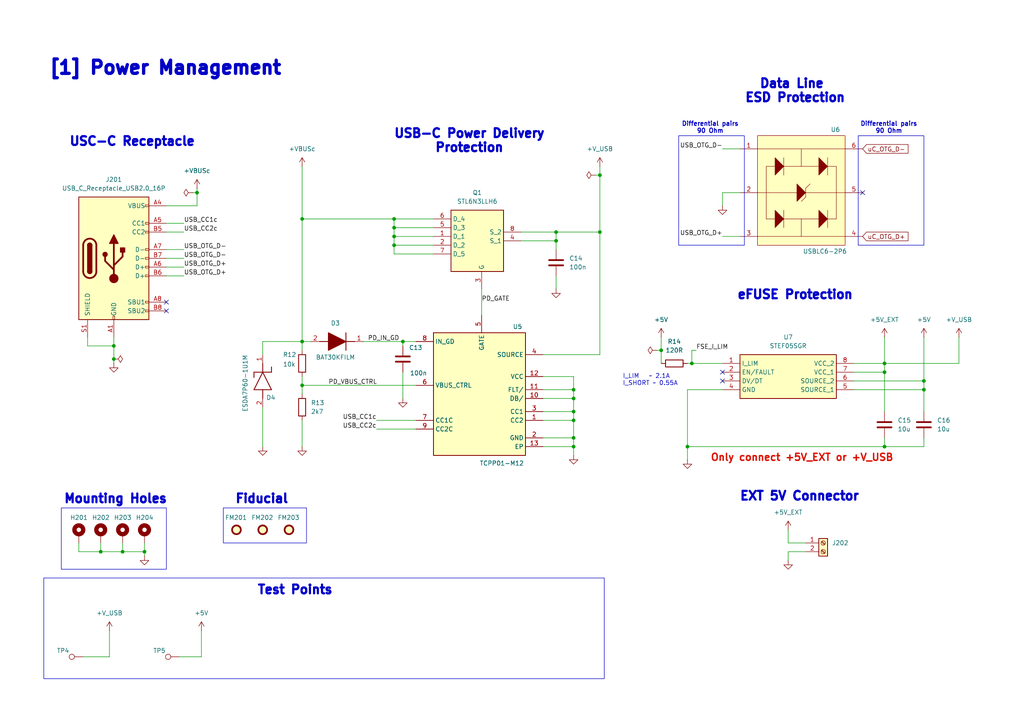
<source format=kicad_sch>
(kicad_sch (version 20231120) (generator "eeschema") (generator_version "8.0")
  (paper "A4")
  (title_block (title "Energy Monitoring System") (rev "v1.0.0") (company "Manufacturing Innovation Network Laboratory (MINLab)") (comment 1 "Developed by Vignesh Selvaraj"))
  (lib_symbols
    (symbol "Connector:Screw_Terminal_01x02" (pin_names (offset 1.016) hide)
      (property "Reference" "J" (at 0 2.54 0))
      (property "Value" "Screw_Terminal_01x02" (at 0 -5.08 0))
      (symbol "Screw_Terminal_01x02_1_1"
        (rectangle (start -1.27 1.27) (end 1.27 -3.81) (stroke (width 0.254)) (fill (type background)))
        (circle (center 0 -2.54) (radius 0.635) (stroke (width 0.1524)))
        (polyline (pts (xy -0.5334 -2.2098) (xy 0.3302 -3.048)) (stroke (width 0.1524)))
        (polyline (pts (xy -0.5334 0.3302) (xy 0.3302 -0.508)) (stroke (width 0.1524)))
        (polyline (pts (xy -0.3556 -2.032) (xy 0.508 -2.8702)) (stroke (width 0.1524)))
        (polyline (pts (xy -0.3556 0.508) (xy 0.508 -0.3302)) (stroke (width 0.1524)))
        (circle (center 0 0) (radius 0.635) (stroke (width 0.1524)))
        (pin passive line (at -5.08 0 0) (length 3.81) (name "Pin_1") (number "1"))
        (pin passive line (at -5.08 -2.54 0) (length 3.81) (name "Pin_2") (number "2"))
      )
    )
    (symbol "Connector:TestPoint" (pin_numbers hide) (pin_names (offset 0.762) hide)
      (property "Reference" "TP" (at 0 6.858 0))
      (property "Value" "TestPoint" (at 0 5.08 0))
      (symbol "TestPoint_0_1"
        (circle (center 0 3.302) (radius 0.762))
      )
      (symbol "TestPoint_1_1"
        (pin passive line (at 0 0 90) (length 2.54) (name "1") (number "1"))
      )
    )
    (symbol "Connector:USB_C_Receptacle_USB2.0_16P" (pin_names (offset 1.016))
      (property "Reference" "J" (at 0 22.225 0))
      (property "Value" "USB_C_Receptacle_USB2.0_16P" (at 0 19.685 0))
      (symbol "USB_C_Receptacle_USB2.0_16P_0_0"
        (rectangle (start -0.254 -17.78) (end 0.254 -16.764))
        (rectangle (start 10.16 -14.986) (end 9.144 -15.494))
        (rectangle (start 10.16 -12.446) (end 9.144 -12.954))
        (rectangle (start 10.16 -4.826) (end 9.144 -5.334))
        (rectangle (start 10.16 -2.286) (end 9.144 -2.794))
        (rectangle (start 10.16 0.254) (end 9.144 -0.254))
        (rectangle (start 10.16 2.794) (end 9.144 2.286))
        (rectangle (start 10.16 7.874) (end 9.144 7.366))
        (rectangle (start 10.16 10.414) (end 9.144 9.906))
        (rectangle (start 10.16 15.494) (end 9.144 14.986))
      )
      (symbol "USB_C_Receptacle_USB2.0_16P_0_1"
        (rectangle (start -10.16 17.78) (end 10.16 -17.78) (stroke (width 0.254)) (fill (type background)))
        (arc (start -8.89 -3.81) (mid -6.985 -5.7067) (end -5.08 -3.81) (stroke (width 0.508)))
        (arc (start -7.62 -3.81) (mid -6.985 -4.4423) (end -6.35 -3.81) (stroke (width 0.254)))
        (arc (start -7.62 -3.81) (mid -6.985 -4.4423) (end -6.35 -3.81) (stroke (width 0.254)) (fill (type outline)))
        (rectangle (start -7.62 -3.81) (end -6.35 3.81) (stroke (width 0.254)) (fill (type outline)))
        (arc (start -6.35 3.81) (mid -6.985 4.4423) (end -7.62 3.81) (stroke (width 0.254)))
        (arc (start -6.35 3.81) (mid -6.985 4.4423) (end -7.62 3.81) (stroke (width 0.254)) (fill (type outline)))
        (arc (start -5.08 3.81) (mid -6.985 5.7067) (end -8.89 3.81) (stroke (width 0.508)))
        (circle (center -2.54 1.143) (radius 0.635) (stroke (width 0.254)) (fill (type outline)))
        (circle (center 0 -5.842) (radius 1.27) (fill (type outline)))
        (polyline (pts (xy -8.89 -3.81) (xy -8.89 3.81)) (stroke (width 0.508)))
        (polyline (pts (xy -5.08 3.81) (xy -5.08 -3.81)) (stroke (width 0.508)))
        (polyline (pts (xy 0 -5.842) (xy 0 4.318)) (stroke (width 0.508)))
        (polyline (pts (xy 0 -3.302) (xy -2.54 -0.762) (xy -2.54 0.508)) (stroke (width 0.508)))
        (polyline (pts (xy 0 -2.032) (xy 2.54 0.508) (xy 2.54 1.778)) (stroke (width 0.508)))
        (polyline (pts (xy -1.27 4.318) (xy 0 6.858) (xy 1.27 4.318) (xy -1.27 4.318)) (stroke (width 0.254)) (fill (type outline)))
        (rectangle (start 1.905 1.778) (end 3.175 3.048) (stroke (width 0.254)) (fill (type outline)))
      )
      (symbol "USB_C_Receptacle_USB2.0_16P_1_1"
        (pin passive line (at 0 -22.86 90) (length 5.08) (name "GND") (number "A1"))
        (pin passive line (at 0 -22.86 90) (length 5.08) hide (name "GND") (number "A12"))
        (pin passive line (at 15.24 15.24 180) (length 5.08) (name "VBUS") (number "A4"))
        (pin bidirectional line (at 15.24 10.16 180) (length 5.08) (name "CC1") (number "A5"))
        (pin bidirectional line (at 15.24 -2.54 180) (length 5.08) (name "D+") (number "A6"))
        (pin bidirectional line (at 15.24 2.54 180) (length 5.08) (name "D-") (number "A7"))
        (pin bidirectional line (at 15.24 -12.7 180) (length 5.08) (name "SBU1") (number "A8"))
        (pin passive line (at 15.24 15.24 180) (length 5.08) hide (name "VBUS") (number "A9"))
        (pin passive line (at 0 -22.86 90) (length 5.08) hide (name "GND") (number "B1"))
        (pin passive line (at 0 -22.86 90) (length 5.08) hide (name "GND") (number "B12"))
        (pin passive line (at 15.24 15.24 180) (length 5.08) hide (name "VBUS") (number "B4"))
        (pin bidirectional line (at 15.24 7.62 180) (length 5.08) (name "CC2") (number "B5"))
        (pin bidirectional line (at 15.24 -5.08 180) (length 5.08) (name "D+") (number "B6"))
        (pin bidirectional line (at 15.24 0 180) (length 5.08) (name "D-") (number "B7"))
        (pin bidirectional line (at 15.24 -15.24 180) (length 5.08) (name "SBU2") (number "B8"))
        (pin passive line (at 15.24 15.24 180) (length 5.08) hide (name "VBUS") (number "B9"))
        (pin passive line (at -7.62 -22.86 90) (length 5.08) (name "SHIELD") (number "S1"))
      )
    )
    (symbol "Device:C" (pin_numbers hide) (pin_names (offset 0.254))
      (property "Reference" "C" (at 0.635 2.54 0))
      (property "Value" "C" (at 0.635 -2.54 0))
      (symbol "C_0_1"
        (polyline (pts (xy -2.032 -0.762) (xy 2.032 -0.762)) (stroke (width 0.508)))
        (polyline (pts (xy -2.032 0.762) (xy 2.032 0.762)) (stroke (width 0.508)))
      )
      (symbol "C_1_1"
        (pin passive line (at 0 3.81 270) (length 2.794) (name "~") (number "1"))
        (pin passive line (at 0 -3.81 90) (length 2.794) (name "~") (number "2"))
      )
    )
    (symbol "Device:R" (pin_numbers hide) (pin_names (offset 0))
      (property "Reference" "R" (at 2.032 0 90))
      (property "Value" "R" (at 0 0 90))
      (symbol "R_0_1"
        (rectangle (start -1.016 -2.54) (end 1.016 2.54) (stroke (width 0.254)))
      )
      (symbol "R_1_1"
        (pin passive line (at 0 3.81 270) (length 1.27) (name "~") (number "1"))
        (pin passive line (at 0 -3.81 90) (length 1.27) (name "~") (number "2"))
      )
    )
    (symbol "EMS:+5V_EXT" (power) (pin_numbers hide) (pin_names (offset 0) hide) (in_bom no) (on_board no)
      (property "Value" "+5V_EXT" (at -0.254 3.81 0))
      (symbol "+5V_EXT_0_1"
        (polyline (pts (xy 0 2.54) (xy 0.762 1.27)))
        (polyline (pts (xy 0 0) (xy 0 2.54) (xy -0.762 1.27)))
      )
      (symbol "+5V_EXT_1_1"
        (pin power_in line (at 0 0 90) (length 0) (name "~") (number "1"))
      )
    )
    (symbol "EMS:+VBUSc" (power) (pin_numbers hide) (pin_names (offset 0) hide) (in_bom no) (on_board no)
      (property "Value" "+VBUSc" (at -0.254 3.556 0))
      (symbol "+VBUSc_0_1"
        (polyline (pts (xy 0 2.54) (xy 0.762 1.27)))
        (polyline (pts (xy 0 0) (xy 0 2.54) (xy -0.762 1.27)))
      )
      (symbol "+VBUSc_1_1"
        (pin power_in line (at 0 0 90) (length 0) (name "~") (number "1"))
      )
    )
    (symbol "EMS:+V_USB" (power) (pin_numbers hide) (pin_names (offset 0) hide) (in_bom no) (on_board no)
      (property "Value" "+V_USB" (at -0.508 3.556 0))
      (symbol "+V_USB_0_1"
        (polyline (pts (xy 0 2.54) (xy 0.762 1.27)))
        (polyline (pts (xy 0 0) (xy 0 2.54) (xy -0.762 1.27)))
      )
      (symbol "+V_USB_1_1"
        (pin power_in line (at 0 0 90) (length 0) (name "~") (number "1"))
      )
    )
    (symbol "EMS:BAT30KFILM" (pin_names hide)
      (property "Reference" "D" (at 11.43 5.08 0))
      (property "Value" "BAT30KFILM" (at 8.128 -2.794 0))
      (symbol "BAT30KFILM_1_1"
        (polyline (pts (xy 2.54 0) (xy 5.08 0)) (stroke (width 0.254)))
        (polyline (pts (xy 5.08 2.54) (xy 5.08 -2.54)) (stroke (width 0.254)))
        (polyline (pts (xy 10.16 0) (xy 12.7 0)) (stroke (width 0.254)))
        (polyline (pts (xy 5.08 0) (xy 10.16 2.54) (xy 10.16 -2.54) (xy 5.08 0)) (stroke (width 0.254)) (fill (type outline)))
        (pin passive line (at 0 0 0) (length 2.54) (name "K") (number "1"))
        (pin passive line (at 15.24 0 180) (length 2.54) (name "A") (number "2"))
      )
    )
    (symbol "EMS:ESDA7P60-1U1M" (pin_names hide)
      (property "Reference" "D" (at 10.16 8.89 0))
      (property "Value" "ESDA7P60-1U1M" (at 7.874 -3.302 0))
      (symbol "ESDA7P60-1U1M_1_1"
        (polyline (pts (xy 2.54 0) (xy 5.08 0)) (stroke (width 0.254)))
        (polyline (pts (xy 5.08 -2.54) (xy 6.604 -2.54)) (stroke (width 0.254)))
        (polyline (pts (xy 5.08 0) (xy 10.16 2.54)) (stroke (width 0.254)))
        (polyline (pts (xy 5.08 2.54) (xy 3.556 2.54)) (stroke (width 0.254)))
        (polyline (pts (xy 5.08 2.54) (xy 5.08 -2.54)) (stroke (width 0.254)))
        (polyline (pts (xy 10.16 -2.54) (xy 5.08 0)) (stroke (width 0.254)))
        (polyline (pts (xy 10.16 -2.54) (xy 10.16 2.54)) (stroke (width 0.254)))
        (polyline (pts (xy 12.7 0) (xy 10.16 0)) (stroke (width 0.254)))
        (pin passive line (at 0 0 0) (length 2.54) (name "K") (number "1"))
        (pin passive line (at 15.24 0 180) (length 2.54) (name "A") (number "2"))
      )
    )
    (symbol "EMS:STEF05SGR"
      (property "Reference" "U" (at 11.684 7.366 0))
      (property "Value" "STEF05SGR" (at 3.556 -8.128 0))
      (symbol "STEF05SGR_1_1"
        (rectangle (start -13.97 5.08) (end 13.97 -7.62) (stroke (width 0.254)) (fill (type background)))
        (pin passive line (at -19.05 2.54 0) (length 5.08) (name "I_LIM") (number "1"))
        (pin passive line (at -19.05 0 0) (length 5.08) (name "EN/FAULT") (number "2"))
        (pin passive line (at -19.05 -2.54 0) (length 5.08) (name "DV/DT") (number "3"))
        (pin passive line (at -19.05 -5.08 0) (length 5.08) (name "GND") (number "4"))
        (pin passive line (at 19.05 -5.08 180) (length 5.08) (name "SOURCE_1") (number "5"))
        (pin passive line (at 19.05 -2.54 180) (length 5.08) (name "SOURCE_2") (number "6"))
        (pin passive line (at 19.05 0 180) (length 5.08) (name "VCC_1") (number "7"))
        (pin passive line (at 19.05 2.54 180) (length 5.08) (name "VCC_2") (number "8"))
      )
    )
    (symbol "EMS:STL6N3LLH6"
      (property "Reference" "Q" (at 5.842 11.176 0))
      (property "Value" "STL6N3LLH6" (at 5.588 -10.16 0))
      (symbol "STL6N3LLH6_1_1"
        (rectangle (start -7.62 8.89) (end 7.62 -8.89) (stroke (width 0.254)) (fill (type background)))
        (pin passive line (at -12.7 1.27 0) (length 5.08) (name "D_1") (number "1"))
        (pin passive line (at -12.7 -1.27 0) (length 5.08) (name "D_2") (number "2"))
        (pin passive line (at 1.27 -13.97 90) (length 5.08) (name "G") (number "3"))
        (pin passive line (at 12.7 0 180) (length 5.08) (name "S_1") (number "4"))
        (pin passive line (at -12.7 3.81 0) (length 5.08) (name "D_3") (number "5"))
        (pin passive line (at -12.7 6.35 0) (length 5.08) (name "D_4") (number "6"))
        (pin passive line (at -12.7 -3.81 0) (length 5.08) (name "D_5") (number "7"))
        (pin passive line (at 12.7 2.54 180) (length 5.08) (name "S_2") (number "8"))
      )
    )
    (symbol "EMS:TCPP01-M12"
      (property "Reference" "U" (at 12.192 19.812 0))
      (property "Value" "TCPP01-M12" (at 1.524 -18.288 0))
      (symbol "TCPP01-M12_1_1"
        (rectangle (start -12.7 17.78) (end 13.97 -17.78) (stroke (width 0.254)) (fill (type background)))
        (pin passive line (at 19.05 -7.62 180) (length 5.08) (name "CC2") (number "1"))
        (pin passive line (at 19.05 -1.27 180) (length 5.08) (name "DB/") (number "10"))
        (pin passive line (at 19.05 1.27 180) (length 5.08) (name "FLT/") (number "11"))
        (pin passive line (at 19.05 5.08 180) (length 5.08) (name "VCC") (number "12"))
        (pin passive line (at 19.05 -15.24 180) (length 5.08) (name "EP") (number "13"))
        (pin passive line (at 19.05 -12.7 180) (length 5.08) (name "GND") (number "2"))
        (pin passive line (at 19.05 -5.08 180) (length 5.08) (name "CC1") (number "3"))
        (pin passive line (at 19.05 11.43 180) (length 5.08) (name "SOURCE") (number "4"))
        (pin passive line (at 1.27 22.86 270) (length 5.08) (name "GATE") (number "5"))
        (pin passive line (at -17.78 2.54 0) (length 5.08) (name "VBUS_CTRL") (number "6"))
        (pin passive line (at -17.78 -7.62 0) (length 5.08) (name "CC1C") (number "7"))
        (pin passive line (at -17.78 15.24 0) (length 5.08) (name "IN_GD") (number "8"))
        (pin passive line (at -17.78 -10.16 0) (length 5.08) (name "CC2C") (number "9"))
      )
    )
    (symbol "EMS:USBLC6-2P6" (pin_names hide)
      (property "Reference" "U" (at 9.652 17.018 0))
      (property "Value" "USBLC6-2P6" (at 0.762 -16.002 0))
      (symbol "USBLC6-2P6_1_1"
        (rectangle (start -12.7 16.51) (end 12.7 -15.24) (fill (type background)))
        (polyline (pts (xy -12.7 -12.7) (xy 12.7 -12.7)) (stroke (width 0.127)))
        (polyline (pts (xy -12.7 12.7) (xy 12.7 12.7)) (stroke (width 0.127)))
        (polyline (pts (xy -10.16 -7.62) (xy -10.16 7.62)) (stroke (width 0.127)))
        (polyline (pts (xy -10.16 -7.62) (xy -7.62 -7.62)) (stroke (width 0.127)))
        (polyline (pts (xy -10.16 0) (xy -12.7 0)) (stroke (width 0.127)))
        (polyline (pts (xy -10.16 0) (xy 10.16 0)) (stroke (width 0.127)))
        (polyline (pts (xy -7.62 7.62) (xy -10.16 7.62)) (stroke (width 0.127)))
        (polyline (pts (xy -5.08 -7.62) (xy 5.08 -7.62)) (stroke (width 0.127)))
        (polyline (pts (xy -5.08 -5.08) (xy -5.08 -10.16)) (stroke (width 0.127)))
        (polyline (pts (xy -5.08 7.62) (xy 5.08 7.62)) (stroke (width 0.127)))
        (polyline (pts (xy -5.08 10.16) (xy -5.08 5.08)) (stroke (width 0.127)))
        (polyline (pts (xy 0 -7.62) (xy 0 -12.7)) (stroke (width 0.127)))
        (polyline (pts (xy 0 -2.54) (xy 1.27 -1.27)) (stroke (width 0.127)))
        (polyline (pts (xy 0 7.62) (xy 0 12.7)) (stroke (width 0.127)))
        (polyline (pts (xy 1.27 1.27) (xy 1.27 -1.27)) (stroke (width 0.127)))
        (polyline (pts (xy 1.27 1.27) (xy 2.54 2.54)) (stroke (width 0.127)))
        (polyline (pts (xy 7.62 -5.08) (xy 7.62 -10.16)) (stroke (width 0.127)))
        (polyline (pts (xy 7.62 7.62) (xy 10.16 7.62)) (stroke (width 0.127)))
        (polyline (pts (xy 7.62 10.16) (xy 7.62 5.08)) (stroke (width 0.127)))
        (polyline (pts (xy 10.16 -7.62) (xy 7.62 -7.62)) (stroke (width 0.127)))
        (polyline (pts (xy 10.16 -7.62) (xy 10.16 7.62)) (stroke (width 0.127)))
        (polyline (pts (xy 10.16 0) (xy 12.7 0)) (stroke (width 0.127)))
        (polyline (pts (xy -5.08 -7.62) (xy -7.62 -10.16) (xy -7.62 -5.08) (xy -5.08 -7.62)) (stroke (width 0.127)) (fill (type outline)))
        (polyline (pts (xy -5.08 7.62) (xy -7.62 5.08) (xy -7.62 10.16) (xy -5.08 7.62)) (stroke (width 0.127)) (fill (type outline)))
        (polyline (pts (xy 1.27 0) (xy -1.27 -2.54) (xy -1.27 2.54) (xy 1.27 0)) (stroke (width 0.127)) (fill (type outline)))
        (polyline (pts (xy 7.62 -7.62) (xy 5.08 -10.16) (xy 5.08 -5.08) (xy 7.62 -7.62)) (stroke (width 0.127)) (fill (type outline)))
        (polyline (pts (xy 7.62 7.62) (xy 5.08 5.08) (xy 5.08 10.16) (xy 7.62 7.62)) (stroke (width 0.127)) (fill (type outline)))
        (pin passive line (at -17.78 12.7 0) (length 5.08) (name "I/O1_1") (number "1"))
        (pin passive line (at -17.78 0 0) (length 5.08) (name "GND") (number "2"))
        (pin passive line (at -17.78 -12.7 0) (length 5.08) (name "I/O2_1") (number "3"))
        (pin passive line (at 17.78 -12.7 180) (length 5.08) (name "I/O2_2") (number "4"))
        (pin passive line (at 17.78 0 180) (length 5.08) (name "VBUS") (number "5"))
        (pin passive line (at 17.78 12.7 180) (length 5.08) (name "I/O1_2") (number "6"))
      )
    )
    (symbol "Mechanical:Fiducial" (exclude_from_sim yes) (in_bom no)
      (property "Reference" "FID" (at 0 5.08 0))
      (property "Value" "Fiducial" (at 0 3.175 0))
      (symbol "Fiducial_0_1"
        (circle (center 0 0) (radius 1.27) (stroke (width 0.508)) (fill (type background)))
      )
    )
    (symbol "Mechanical:MountingHole_Pad" (pin_numbers hide) (pin_names (offset 1.016) hide) (exclude_from_sim yes) (in_bom no)
      (property "Reference" "H" (at 0 6.35 0))
      (property "Value" "MountingHole_Pad" (at 0 4.445 0))
      (symbol "MountingHole_Pad_0_1"
        (circle (center 0 1.27) (radius 1.27) (stroke (width 1.27)))
      )
      (symbol "MountingHole_Pad_1_1"
        (pin input line (at 0 -2.54 90) (length 2.54) (name "1") (number "1"))
      )
    )
    (symbol "power:+5V" (power) (pin_numbers hide) (pin_names (offset 0) hide)
      (property "Value" "+5V" (at 0 3.556 0))
      (symbol "+5V_0_1"
        (polyline (pts (xy -0.762 1.27) (xy 0 2.54)))
        (polyline (pts (xy 0 0) (xy 0 2.54)))
        (polyline (pts (xy 0 2.54) (xy 0.762 1.27)))
      )
      (symbol "+5V_1_1"
        (pin power_in line (at 0 0 90) (length 0) (name "~") (number "1"))
      )
    )
    (symbol "power:GND" (power) (pin_numbers hide) (pin_names (offset 0) hide)
      (property "Value" "GND" (at 0 -3.81 0))
      (symbol "GND_0_1"
        (polyline (pts (xy 0 0) (xy 0 -1.27) (xy 1.27 -1.27) (xy 0 -2.54) (xy -1.27 -1.27) (xy 0 -1.27)))
      )
      (symbol "GND_1_1"
        (pin power_in line (at 0 0 270) (length 0) (name "~") (number "1"))
      )
    )
    (symbol "power:PWR_FLAG" (power) (pin_numbers hide) (pin_names (offset 0) hide)
      (property "Value" "PWR_FLAG" (at 0 3.81 0))
      (symbol "PWR_FLAG_0_0"
        (pin power_out line (at 0 0 90) (length 0) (name "~") (number "1"))
      )
      (symbol "PWR_FLAG_0_1"
        (polyline (pts (xy 0 0) (xy 0 1.27) (xy -1.016 1.905) (xy 0 2.54) (xy 1.016 1.905) (xy 0 1.27)))
      )
    )
  )
  (junction (at 166.37 115.57))
  (junction (at 166.37 129.54))
  (junction (at 87.63 99.06))
  (junction (at 114.3 63.5))
  (junction (at 35.56 160.02))
  (junction (at 199.39 129.54))
  (junction (at 166.37 127))
  (junction (at 33.02 104.14))
  (junction (at 267.97 110.49))
  (junction (at 166.37 121.92))
  (junction (at 191.77 101.6))
  (junction (at 267.97 113.03))
  (junction (at 161.29 69.85))
  (junction (at 87.63 111.76))
  (junction (at 33.02 100.33))
  (junction (at 161.29 67.31))
  (junction (at 57.15 55.88))
  (junction (at 114.3 71.12))
  (junction (at 200.66 105.41))
  (junction (at 173.99 50.8))
  (junction (at 166.37 119.38))
  (junction (at 256.54 129.54))
  (junction (at 256.54 105.41))
  (junction (at 41.91 160.02))
  (junction (at 114.3 66.04))
  (junction (at 173.99 67.31))
  (junction (at 116.84 99.06))
  (junction (at 166.37 113.03))
  (junction (at 114.3 68.58))
  (junction (at 256.54 107.95))
  (junction (at 29.21 160.02))
  (junction (at 87.63 63.5))
  (no_connect (at 250.19 55.88))
  (no_connect (at 48.26 87.63))
  (no_connect (at 209.55 110.49))
  (no_connect (at 209.55 107.95))
  (no_connect (at 48.26 90.17))
  (wire (pts (xy 76.2 102.87) (xy 76.2 99.06)))
  (wire (pts (xy 87.63 63.5) (xy 114.3 63.5)))
  (wire (pts (xy 87.63 111.76) (xy 120.65 111.76)))
  (wire (pts (xy 209.55 68.58) (xy 214.63 68.58)))
  (wire (pts (xy 114.3 63.5) (xy 125.73 63.5)))
  (wire (pts (xy 157.48 121.92) (xy 166.37 121.92)))
  (wire (pts (xy 114.3 68.58) (xy 114.3 66.04)))
  (wire (pts (xy 157.48 115.57) (xy 166.37 115.57)))
  (wire (pts (xy 52.07 190.5) (xy 58.42 190.5)))
  (wire (pts (xy 191.77 101.6) (xy 191.77 105.41)))
  (wire (pts (xy 166.37 129.54) (xy 166.37 132.08)))
  (wire (pts (xy 87.63 63.5) (xy 87.63 99.06)))
  (wire (pts (xy 48.26 64.77) (xy 53.34 64.77)))
  (wire (pts (xy 87.63 111.76) (xy 87.63 114.3)))
  (wire (pts (xy 166.37 109.22) (xy 166.37 113.03)))
  (wire (pts (xy 190.5 101.6) (xy 191.77 101.6)))
  (wire (pts (xy 125.73 68.58) (xy 114.3 68.58)))
  (wire (pts (xy 109.22 121.92) (xy 120.65 121.92)))
  (wire (pts (xy 200.66 101.6) (xy 200.66 105.41)))
  (wire (pts (xy 87.63 48.26) (xy 87.63 63.5)))
  (wire (pts (xy 120.65 99.06) (xy 116.84 99.06)))
  (wire (pts (xy 209.55 43.18) (xy 214.63 43.18)))
  (wire (pts (xy 114.3 66.04) (xy 114.3 63.5)))
  (wire (pts (xy 125.73 73.66) (xy 114.3 73.66)))
  (wire (pts (xy 41.91 160.02) (xy 41.91 161.29)))
  (wire (pts (xy 199.39 129.54) (xy 256.54 129.54)))
  (wire (pts (xy 48.26 59.69) (xy 57.15 59.69)))
  (wire (pts (xy 33.02 97.79) (xy 33.02 100.33)))
  (wire (pts (xy 256.54 129.54) (xy 256.54 127)))
  (wire (pts (xy 139.7 83.82) (xy 139.7 91.44)))
  (wire (pts (xy 247.65 110.49) (xy 267.97 110.49)))
  (wire (pts (xy 48.26 67.31) (xy 53.34 67.31)))
  (wire (pts (xy 233.68 160.02) (xy 228.6 160.02)))
  (wire (pts (xy 125.73 66.04) (xy 114.3 66.04)))
  (wire (pts (xy 57.15 59.69) (xy 57.15 55.88)))
  (wire (pts (xy 41.91 157.48) (xy 41.91 160.02)))
  (wire (pts (xy 151.13 67.31) (xy 161.29 67.31)))
  (wire (pts (xy 87.63 109.22) (xy 87.63 111.76)))
  (wire (pts (xy 228.6 160.02) (xy 228.6 162.56)))
  (wire (pts (xy 166.37 113.03) (xy 166.37 115.57)))
  (wire (pts (xy 200.66 105.41) (xy 209.55 105.41)))
  (wire (pts (xy 173.99 50.8) (xy 173.99 67.31)))
  (wire (pts (xy 267.97 129.54) (xy 256.54 129.54)))
  (wire (pts (xy 105.41 99.06) (xy 116.84 99.06)))
  (wire (pts (xy 166.37 115.57) (xy 166.37 119.38)))
  (wire (pts (xy 161.29 69.85) (xy 161.29 72.39)))
  (wire (pts (xy 116.84 115.57) (xy 116.84 107.95)))
  (wire (pts (xy 209.55 55.88) (xy 209.55 59.69)))
  (wire (pts (xy 214.63 55.88) (xy 209.55 55.88)))
  (wire (pts (xy 161.29 67.31) (xy 161.29 69.85)))
  (wire (pts (xy 267.97 110.49) (xy 267.97 113.03)))
  (wire (pts (xy 157.48 127) (xy 166.37 127)))
  (wire (pts (xy 166.37 127) (xy 166.37 129.54)))
  (wire (pts (xy 157.48 102.87) (xy 173.99 102.87)))
  (wire (pts (xy 199.39 113.03) (xy 209.55 113.03)))
  (wire (pts (xy 22.86 160.02) (xy 29.21 160.02)))
  (wire (pts (xy 116.84 99.06) (xy 116.84 100.33)))
  (wire (pts (xy 114.3 71.12) (xy 114.3 68.58)))
  (wire (pts (xy 87.63 99.06) (xy 90.17 99.06)))
  (wire (pts (xy 58.42 190.5) (xy 58.42 182.88)))
  (wire (pts (xy 24.13 190.5) (xy 31.75 190.5)))
  (wire (pts (xy 161.29 80.01) (xy 161.29 83.82)))
  (wire (pts (xy 25.4 100.33) (xy 33.02 100.33)))
  (wire (pts (xy 29.21 157.48) (xy 29.21 160.02)))
  (wire (pts (xy 76.2 118.11) (xy 76.2 129.54)))
  (wire (pts (xy 35.56 157.48) (xy 35.56 160.02)))
  (wire (pts (xy 29.21 160.02) (xy 35.56 160.02)))
  (wire (pts (xy 48.26 80.01) (xy 53.34 80.01)))
  (wire (pts (xy 48.26 72.39) (xy 53.34 72.39)))
  (wire (pts (xy 173.99 48.26) (xy 173.99 50.8)))
  (wire (pts (xy 57.15 55.88) (xy 57.15 54.61)))
  (wire (pts (xy 278.13 105.41) (xy 256.54 105.41)))
  (wire (pts (xy 25.4 97.79) (xy 25.4 100.33)))
  (wire (pts (xy 201.93 101.6) (xy 200.66 101.6)))
  (wire (pts (xy 157.48 129.54) (xy 166.37 129.54)))
  (wire (pts (xy 48.26 74.93) (xy 53.34 74.93)))
  (wire (pts (xy 256.54 97.79) (xy 256.54 105.41)))
  (wire (pts (xy 228.6 157.48) (xy 228.6 153.67)))
  (wire (pts (xy 114.3 73.66) (xy 114.3 71.12)))
  (wire (pts (xy 247.65 107.95) (xy 256.54 107.95)))
  (wire (pts (xy 256.54 105.41) (xy 256.54 107.95)))
  (wire (pts (xy 87.63 121.92) (xy 87.63 129.54)))
  (wire (pts (xy 199.39 105.41) (xy 200.66 105.41)))
  (wire (pts (xy 31.75 190.5) (xy 31.75 182.88)))
  (wire (pts (xy 33.02 104.14) (xy 33.02 105.41)))
  (wire (pts (xy 247.65 113.03) (xy 267.97 113.03)))
  (wire (pts (xy 267.97 113.03) (xy 267.97 119.38)))
  (wire (pts (xy 256.54 105.41) (xy 247.65 105.41)))
  (wire (pts (xy 87.63 99.06) (xy 87.63 101.6)))
  (wire (pts (xy 173.99 102.87) (xy 173.99 67.31)))
  (wire (pts (xy 35.56 160.02) (xy 41.91 160.02)))
  (wire (pts (xy 125.73 71.12) (xy 114.3 71.12)))
  (wire (pts (xy 172.72 50.8) (xy 173.99 50.8)))
  (wire (pts (xy 278.13 97.79) (xy 278.13 105.41)))
  (wire (pts (xy 22.86 157.48) (xy 22.86 160.02)))
  (wire (pts (xy 151.13 69.85) (xy 161.29 69.85)))
  (wire (pts (xy 267.97 97.79) (xy 267.97 110.49)))
  (wire (pts (xy 166.37 121.92) (xy 166.37 127)))
  (wire (pts (xy 157.48 113.03) (xy 166.37 113.03)))
  (wire (pts (xy 267.97 127) (xy 267.97 129.54)))
  (wire (pts (xy 157.48 119.38) (xy 166.37 119.38)))
  (wire (pts (xy 33.02 100.33) (xy 33.02 104.14)))
  (wire (pts (xy 166.37 119.38) (xy 166.37 121.92)))
  (wire (pts (xy 199.39 113.03) (xy 199.39 129.54)))
  (wire (pts (xy 256.54 107.95) (xy 256.54 119.38)))
  (wire (pts (xy 157.48 109.22) (xy 166.37 109.22)))
  (wire (pts (xy 191.77 97.79) (xy 191.77 101.6)))
  (wire (pts (xy 109.22 124.46) (xy 120.65 124.46)))
  (wire (pts (xy 233.68 157.48) (xy 228.6 157.48)))
  (wire (pts (xy 76.2 99.06) (xy 87.63 99.06)))
  (wire (pts (xy 173.99 67.31) (xy 161.29 67.31)))
  (wire (pts (xy 55.88 55.88) (xy 57.15 55.88)))
  (wire (pts (xy 48.26 77.47) (xy 53.34 77.47)))
  (wire (pts (xy 199.39 133.35) (xy 199.39 129.54)))
  (rectangle (start 248.92 39.37) (end 267.97 71.12))
  (rectangle (start 12.7 167.64) (end 175.26 196.85))
  (rectangle (start 17.78 147.32) (end 48.26 165.1))
  (rectangle (start 196.85 39.37) (end 215.9 71.12))
  (rectangle (start 64.77 147.32) (end 88.9 157.48))
  (text "EXT 5V Connector" (at 231.902 144.018 0) (effects (font (size 2.54 2.54) (thickness 0.762) (bold yes))))
  (text "Test Points" (at 85.598 171.196 0) (effects (font (size 2.54 2.54) (thickness 0.762) (bold yes))))
  (text "USB-C Power Delivery\nProtection" (at 136.144 40.894 0) (effects (font (size 2.54 2.54) (thickness 0.762) (bold yes))))
  (text "I_LIM   ~ 2.1A\nI_SHORT ~ 0.55A" (at 180.594 110.236 0) (effects (font (size 1.27 1.27)) (justify left)))
  (text "Differential pairs\n90 Ohm" (at 205.994 37.084 0) (effects (font (size 1.27 1.27) (thickness 0.254) (bold yes))))
  (text "Mounting Holes" (at 33.528 144.78 0) (effects (font (size 2.54 2.54) (thickness 0.762) (bold yes))))
  (text "Differential pairs\n90 Ohm" (at 257.81 37.084 0) (effects (font (size 1.27 1.27) (thickness 0.254) (bold yes))))
  (text "USC-C Receptacle" (at 38.354 41.148 0) (effects (font (size 2.54 2.54) (thickness 0.762) (bold yes))))
  (text "Only connect +5V_EXT or +V_USB" (at 205.994 132.842 0) (effects (font (size 2.032 2.032) (thickness 0.4064) (bold yes)) (justify left)))
  (text "Fiducial" (at 75.946 144.78 0) (effects (font (size 2.54 2.54) (thickness 0.762) (bold yes))))
  (text "[1] Power Management\n" (at 48.006 19.812 0) (effects (font (size 3.81 3.81) (thickness 1.016) (bold yes))))
  (text "eFUSE Protection" (at 230.632 85.598 0) (effects (font (size 2.54 2.54) (thickness 0.762) (bold yes))))
  (text "Data Line \nESD Protection" (at 230.632 26.416 0) (effects (font (size 2.54 2.54) (thickness 0.762) (bold yes))))
  (label "USB_OTG_D-" (at 53.34 72.39 0))
  (label "PD_VBUS_CTRL" (at 95.25 111.76 0))
  (label "USB_OTG_D-" (at 53.34 74.93 0))
  (label "USB_CC1c" (at 109.22 121.92 180))
  (label "USB_OTG_D+" (at 53.34 80.01 0))
  (label "PD_IN_GD" (at 106.68 99.06 0))
  (label "USB_CC1c" (at 53.34 64.77 0))
  (label "PD_GATE" (at 139.7 87.63 0))
  (label "USB_OTG_D-" (at 209.55 43.18 180))
  (label "USB_CC2c" (at 53.34 67.31 0))
  (label "USB_OTG_D+" (at 53.34 77.47 0))
  (label "USB_CC2c" (at 109.22 124.46 180))
  (label "USB_OTG_D+" (at 209.55 68.58 180))
  (label "FSE_I_LIM" (at 201.93 101.6 0))
  (global_label "uC_OTG_D-" (shape input) (at 250.19 43.18 0) (property "Intersheetrefs" "${INTERSHEET_REFS}" (effects (hide yes))))
  (global_label "uC_OTG_D+" (shape input) (at 250.19 68.58 0) (property "Intersheetrefs" "${INTERSHEET_REFS}" (effects (hide yes))))
  (symbol (lib_id "Device:R") (at 87.63 105.41 0) (unit 1)
    (property "Reference" "R12" (at 82.042 102.87 0) (effects (justify left)))
    (property "Value" "10k" (at 82.042 105.664 0) (effects (justify left)))
    (property "Footprint" "Resistor_SMD:R_0603_1608Metric" (effects (hide yes)))
    (property "Datasheet" "https://www.vishay.com/doc?20035" (effects (hide yes)))
    (property "Description" "Resistor" (effects (hide yes)))
    (property "Distributor_Link" "https://www.mouser.com/ProductDetail/Vishay-Dale/CRCW060310K0FKEI?qs=3qWEzBg5KnKofE%252B8acPBRA%3D%3D" (effects (hide yes)))
    (property "Manufacturer_Name" "Vishay/Dale" (effects (hide yes)))
    (property "Manufacturer_Part_Number" "CRCW060310K0FKEI" (effects (hide yes)))
    (instances (project "AcousticMonitoringSystem" (path "" (reference "R12") (unit 1))) (project "" (path "" (reference "R201") (unit 1))))
  )
  (symbol (lib_id "EMS:+V_USB") (at 278.13 97.79 0) (unit 1) (in_bom no) (on_board no)
    (property "Reference" "#PWR052" (effects (hide yes)))
    (property "Value" "+V_USB" (at 278.13 92.71 0))
    (property "Description" "Power symbol for \"+V_USB\"" (effects (hide yes)))
    (instances (project "AcousticMonitoringSystem" (path "" (reference "#PWR052") (unit 1))) (project "" (path "" (reference "#PWR0220") (unit 1))))
  )
  (symbol (lib_id "Connector:Screw_Terminal_01x02") (at 238.76 157.48 0) (unit 1)
    (property "Reference" "J202" (at 241.3 157.4799 0) (effects (justify left)))
    (property "Value" "Screw_Terminal_01x02" (effects (hide yes)))
    (property "Footprint" "TerminalBlock_Phoenix:TerminalBlock_Phoenix_MKDS-1,5-2-5.08_1x02_P5.08mm_Horizontal" (effects (hide yes)))
    (property "Datasheet" "https://www.mouser.com/manufacturer/phoenix-contact/" (effects (hide yes)))
    (property "Description" "Generic screw terminal, single row, 01x02, script generated (kicad-library-utils/schlib/autogen/connector/)" (effects (hide yes)))
    (property "Distributor_Link" "https://www.mouser.com/ProductDetail/Phoenix-Contact/1548128?qs=ulEaXIWI0c87QOzP9yohxA%3D%3D" (effects (hide yes)))
    (property "Manufacturer_Name" "Phoenix Contact" (effects (hide yes)))
    (property "Manufacturer_Part_Number" "1548128" (effects (hide yes)))
  )
  (symbol (lib_id "power:GND") (at 33.02 105.41 0) (unit 1)
    (property "Reference" "#PWR041" (effects (hide yes)))
    (property "Value" "GND" (effects (hide yes)))
    (property "Description" "Power symbol creates a global label with name \"GND\" , ground" (effects (hide yes)))
    (instances (project "AcousticMonitoringSystem" (path "" (reference "#PWR041") (unit 1))) (project "" (path "" (reference "#PWR0202") (unit 1))))
  )
  (symbol (lib_id "power:GND") (at 87.63 129.54 0) (unit 1)
    (property "Reference" "#PWR044" (effects (hide yes)))
    (property "Value" "GND" (effects (hide yes)))
    (property "Description" "Power symbol creates a global label with name \"GND\" , ground" (effects (hide yes)))
    (instances (project "AcousticMonitoringSystem" (path "" (reference "#PWR044") (unit 1))) (project "" (path "" (reference "#PWR0208") (unit 1))))
  )
  (symbol (lib_id "power:GND") (at 76.2 129.54 0) (unit 1)
    (property "Reference" "#PWR046" (effects (hide yes)))
    (property "Value" "GND" (effects (hide yes)))
    (property "Description" "Power symbol creates a global label with name \"GND\" , ground" (effects (hide yes)))
    (instances (project "AcousticMonitoringSystem" (path "" (reference "#PWR046") (unit 1))) (project "" (path "" (reference "#PWR0206") (unit 1))))
  )
  (symbol (lib_id "EMS:+5V_EXT") (at 256.54 97.79 0) (unit 1) (in_bom no) (on_board no)
    (property "Reference" "#PWR053" (effects (hide yes)))
    (property "Value" "+5V_EXT" (at 256.54 92.71 0))
    (property "Description" "Power symbol for \"+5V_EXT\"" (effects (hide yes)))
    (instances (project "AcousticMonitoringSystem" (path "" (reference "#PWR053") (unit 1))) (project "" (path "" (reference "#PWR0218") (unit 1))))
  )
  (symbol (lib_id "Mechanical:Fiducial") (at 83.82 153.67 0) (unit 1) (exclude_from_sim yes) (in_bom no)
    (property "Reference" "FM203" (at 80.518 150.114 0) (effects (justify left)))
    (property "Value" "Fiducial" (effects (hide yes)))
    (property "Footprint" "Fiducial:Fiducial_1mm_Mask2mm" (effects (hide yes)))
    (property "Description" "Fiducial Marker" (effects (hide yes)))
  )
  (symbol (lib_id "EMS:ESDA7P60-1U1M") (at 76.2 102.87 270) (unit 1)
    (property "Reference" "D4" (at 77.216 115.316 90) (effects (justify left)))
    (property "Value" "ESDA7P60-1U1M" (at 71.12 102.87 0) (effects (justify left)))
    (property "Footprint" "EMS:ESDA7P60-1U1M" (effects (hide yes)))
    (property "Datasheet" "https://www.st.com/resource/en/datasheet/esda7p60-1u1m.pdf" (effects (hide yes)))
    (property "Description" "STMicroelectronics ESDA7P60-1U1M Uni-Directional TVS Diode, 700W peak, 2-Pin QFN1610" (effects (hide yes)))
    (property "Mouser Part Number" "511-ESDA7P60-1U1M" (effects (hide yes)))
    (property "Mouser Price/Stock" "https://www.mouser.co.uk/ProductDetail/STMicroelectronics/ESDA7P60-1U1M?qs=kWQV1gtkNnfgxoDhWqG%2FZA%3D%3D" (effects (hide yes)))
    (property "Manufacturer_Name" "STMicroelectronics" (effects (hide yes)))
    (property "Manufacturer_Part_Number" "ESDA7P60-1U1M" (effects (hide yes)))
    (property "Distributor_Link" "https://www.mouser.co.uk/ProductDetail/STMicroelectronics/ESDA7P60-1U1M?qs=kWQV1gtkNnfgxoDhWqG%2FZA%3D%3D" (effects (hide yes)))
    (instances (project "" (path "" (reference "D4") (unit 1))) (project "" (path "" (reference "D201") (unit 1))))
  )
  (symbol (lib_id "power:+5V") (at 58.42 182.88 0) (unit 1)
    (property "Reference" "#PWR058" (effects (hide yes)))
    (property "Value" "+5V" (at 58.42 177.8 0))
    (property "Description" "Power symbol creates a global label with name \"+5V\"" (effects (hide yes)))
    (instances (project "AcousticMonitoringSystem" (path "" (reference "#PWR058") (unit 1))) (project "" (path "" (reference "#PWR0205") (unit 1))))
  )
  (symbol (lib_id "Mechanical:MountingHole_Pad") (at 22.86 154.94 0) (unit 1) (exclude_from_sim yes) (in_bom no)
    (property "Reference" "H201" (at 20.32 150.114 0) (effects (justify left)))
    (property "Value" "MountingHole_Pad" (effects (hide yes)))
    (property "Footprint" "MountingHole:MountingHole_3.2mm_M3_Pad" (effects (hide yes)))
    (property "Description" "Mounting Hole with connection" (effects (hide yes)))
  )
  (symbol (lib_id "EMS:BAT30KFILM") (at 105.41 99.06 180) (unit 1)
    (property "Reference" "D3" (at 97.282 93.726 0))
    (property "Value" "BAT30KFILM" (at 97.282 103.632 0))
    (property "Footprint" "EMS:BAT30KFILM" (effects (hide yes)))
    (property "Datasheet" "http://www.st.com/content/ccc/resource/technical/document/datasheet/b5/44/50/dc/a4/84/48/70/CD00126118.pdf/files/CD00126118.pdf/jcr:content/translations/en.CD00126118.pdf" (effects (hide yes)))
    (property "Description" "STMicroelectronics BAT30KFILM, SMT Schottky Diode, 30V 300mA, 2-Pin SOD-523" (effects (hide yes)))
    (property "Height" "0.7" (effects (hide yes)))
    (property "Mouser Part Number" "511-BAT30KFILM" (effects (hide yes)))
    (property "Mouser Price/Stock" "https://www.mouser.co.uk/ProductDetail/STMicroelectronics/BAT30KFILM?qs=jZi1jxfVU97WgdRkbosYSw%3D%3D" (effects (hide yes)))
    (property "Manufacturer_Name" "STMicroelectronics" (effects (hide yes)))
    (property "Manufacturer_Part_Number" "BAT30KFILM" (effects (hide yes)))
    (property "Distributor_Link" "https://www.mouser.co.uk/ProductDetail/STMicroelectronics/BAT30KFILM?qs=jZi1jxfVU97WgdRkbosYSw%3D%3D" (effects (hide yes)))
    (instances (project "" (path "" (reference "D3") (unit 1))) (project "" (path "" (reference "D202") (unit 1))))
  )
  (symbol (lib_id "power:+5V") (at 267.97 97.79 0) (unit 1)
    (property "Reference" "#PWR054" (effects (hide yes)))
    (property "Value" "+5V" (at 267.97 92.71 0))
    (property "Description" "Power symbol creates a global label with name \"+5V\"" (effects (hide yes)))
    (instances (project "AcousticMonitoringSystem" (path "" (reference "#PWR054") (unit 1))) (project "" (path "" (reference "#PWR0219") (unit 1))))
  )
  (symbol (lib_id "EMS:+V_USB") (at 31.75 182.88 0) (unit 1) (in_bom no) (on_board no)
    (property "Reference" "#PWR057" (effects (hide yes)))
    (property "Value" "+V_USB" (at 31.75 177.8 0))
    (property "Description" "Power symbol for \"+V_USB\"" (effects (hide yes)))
    (instances (project "AcousticMonitoringSystem" (path "" (reference "#PWR057") (unit 1))) (project "" (path "" (reference "#PWR0201") (unit 1))))
  )
  (symbol (lib_id "power:PWR_FLAG") (at 190.5 101.6 90) (unit 1)
    (property "Reference" "#FLG01" (effects (hide yes)))
    (property "Value" "PWR_FLAG" (effects (hide yes)))
    (property "Description" "Special symbol for telling ERC where power comes from" (effects (hide yes)))
    (instances (project "" (path "" (reference "#FLG01") (unit 1))) (project "" (path "" (reference "#FLG0204") (unit 1))))
  )
  (symbol (lib_id "power:+5V") (at 191.77 97.79 0) (unit 1)
    (property "Reference" "#PWR051" (effects (hide yes)))
    (property "Value" "+5V" (at 191.77 92.71 0))
    (property "Description" "Power symbol creates a global label with name \"+5V\"" (effects (hide yes)))
    (instances (project "AcousticMonitoringSystem" (path "" (reference "#PWR051") (unit 1))) (project "" (path "" (reference "#PWR0213") (unit 1))))
  )
  (symbol (lib_id "power:GND") (at 116.84 115.57 0) (unit 1)
    (property "Reference" "#PWR045" (effects (hide yes)))
    (property "Value" "GND" (effects (hide yes)))
    (property "Description" "Power symbol creates a global label with name \"GND\" , ground" (effects (hide yes)))
    (instances (project "AcousticMonitoringSystem" (path "" (reference "#PWR045") (unit 1))) (project "" (path "" (reference "#PWR0209") (unit 1))))
  )
  (symbol (lib_id "Mechanical:MountingHole_Pad") (at 29.21 154.94 0) (unit 1) (exclude_from_sim yes) (in_bom no)
    (property "Reference" "H202" (at 26.67 150.114 0) (effects (justify left)))
    (property "Value" "MountingHole_Pad" (effects (hide yes)))
    (property "Footprint" "MountingHole:MountingHole_3.2mm_M3_Pad" (effects (hide yes)))
    (property "Description" "Mounting Hole with connection" (effects (hide yes)))
  )
  (symbol (lib_id "EMS:+VBUSc") (at 87.63 48.26 0) (unit 1) (in_bom no) (on_board no)
    (property "Reference" "#PWR043" (effects (hide yes)))
    (property "Value" "+VBUSc" (at 87.63 43.18 0))
    (property "Description" "Power symbol for \"+VBUSc\"" (effects (hide yes)))
    (instances (project "AcousticMonitoringSystem" (path "" (reference "#PWR043") (unit 1))) (project "" (path "" (reference "#PWR0207") (unit 1))))
  )
  (symbol (lib_id "power:GND") (at 41.91 161.29 0) (unit 1)
    (property "Reference" "#PWR0203" (effects (hide yes)))
    (property "Value" "GND" (effects (hide yes)))
    (property "Description" "Power symbol creates a global label with name \"GND\" , ground" (effects (hide yes)))
  )
  (symbol (lib_id "EMS:STL6N3LLH6") (at 138.43 69.85 0) (unit 1)
    (property "Reference" "Q1" (at 138.43 55.88 0))
    (property "Value" "STL6N3LLH6" (at 138.43 58.42 0))
    (property "Footprint" "EMS:STL6N3LLH6" (effects (hide yes)))
    (property "Datasheet" "https://www.st.com/resource/en/datasheet/stl6n3llh6.pdf" (effects (hide yes)))
    (property "Description" "STMicroelectronics STL6N3LLH6 N-channel MOSFET Transistor, 6 A, 30 V, 6-Pin PowerFLAT" (effects (hide yes)))
    (property "Mouser Part Number" "511-STL6N3LLH6" (effects (hide yes)))
    (property "Mouser Price/Stock" "https://www.mouser.co.uk/ProductDetail/STMicroelectronics/STL6N3LLH6?qs=symtzNQNgQLOqUYDqyK2eQ%3D%3D" (effects (hide yes)))
    (property "Manufacturer_Name" "STMicroelectronics" (effects (hide yes)))
    (property "Manufacturer_Part_Number" "STL6N3LLH6" (effects (hide yes)))
    (property "Distributor_Link" "https://www.mouser.co.uk/ProductDetail/STMicroelectronics/STL6N3LLH6?qs=symtzNQNgQLOqUYDqyK2eQ%3D%3D" (effects (hide yes)))
    (instances (project "" (path "" (reference "Q1") (unit 1))) (project "" (path "" (reference "Q201") (unit 1))))
  )
  (symbol (lib_id "EMS:USBLC6-2P6") (at 232.41 55.88 0) (unit 1)
    (property "Reference" "U6" (at 242.316 37.592 0))
    (property "Value" "USBLC6-2P6" (at 239.268 72.898 0))
    (property "Footprint" "EMS:USBLC62P6-SOT666-6" (effects (hide yes)))
    (property "Datasheet" "https://datasheet.lcsc.com/szlcsc/STMicroelectronics-USBLC6-2P6_C15999.pdf" (effects (hide yes)))
    (property "Description" "ESD Suppressors / TVS Diodes High Speed Interface Protection Low Cap" (effects (hide yes)))
    (property "Height" "0.6" (effects (hide yes)))
    (property "Mouser Part Number" "511-USBLC6-2P6" (effects (hide yes)))
    (property "Mouser Price/Stock" "https://www.mouser.co.uk/ProductDetail/STMicroelectronics/USBLC6-2P6?qs=6ARB0lp6jlViGcbUSvj1Mw%3D%3D" (effects (hide yes)))
    (property "Manufacturer_Name" "STMicroelectronics" (effects (hide yes)))
    (property "Manufacturer_Part_Number" "USBLC6-2P6" (effects (hide yes)))
    (property "Distributor_Link" "https://www.mouser.co.uk/ProductDetail/STMicroelectronics/USBLC6-2P6?qs=6ARB0lp6jlViGcbUSvj1Mw%3D%3D" (effects (hide yes)))
    (instances (project "" (path "" (reference "U6") (unit 1))) (project "" (path "" (reference "U203") (unit 1))))
  )
  (symbol (lib_id "Connector:USB_C_Receptacle_USB2.0_16P") (at 33.02 74.93 0) (unit 1)
    (property "Reference" "J201" (at 33.02 52.07 0))
    (property "Value" "USB_C_Receptacle_USB2.0_16P" (at 33.02 54.61 0))
    (property "Footprint" "Connector_USB:USB_C_Receptacle_GCT_USB4105-xx-A_16P_TopMnt_Horizontal" (effects (hide yes)))
    (property "Datasheet" "https://www.usb.org/sites/default/files/documents/usb_type-c.zip" (effects (hide yes)))
    (property "Description" "USB 2.0-only 16P Type-C Receptacle connector" (effects (hide yes)))
    (property "Distributor_Link" "https://www.mouser.com/ProductDetail/GCT/USB4105-GF-A?qs=KUoIvG%2F9IlY%2FMLlBMpStpA%3D%3D" (effects (hide yes)))
    (property "Manufacturer_Name" "GCT" (effects (hide yes)))
    (property "Manufacturer_Part_Number" "USB4105-GF-A " (effects (hide yes)))
  )
  (symbol (lib_id "power:PWR_FLAG") (at 55.88 55.88 90) (unit 1)
    (property "Reference" "#FLG02" (effects (hide yes)))
    (property "Value" "PWR_FLAG" (effects (hide yes)))
    (property "Description" "Special symbol for telling ERC where power comes from" (effects (hide yes)))
    (instances (project "AcousticMonitoringSystem" (path "" (reference "#FLG02") (unit 1))) (project "" (path "" (reference "#FLG0202") (unit 1))))
  )
  (symbol (lib_id "Connector:TestPoint") (at 52.07 190.5 90) (unit 1)
    (property "Reference" "TP5" (at 46.228 188.722 90))
    (property "Value" "TestPoint" (effects (hide yes)))
    (property "Footprint" "TestPoint:TestPoint_Pad_D3.0mm" (effects (hide yes)))
    (property "Description" "test point" (effects (hide yes)))
    (instances (project "AcousticMonitoringSystem" (path "" (reference "TP5") (unit 1))) (project "" (path "" (reference "TP202") (unit 1))))
  )
  (symbol (lib_id "power:PWR_FLAG") (at 33.02 104.14 270) (unit 1)
    (property "Reference" "#FLG0201" (effects (hide yes)))
    (property "Value" "PWR_FLAG" (effects (hide yes)))
    (property "Description" "Special symbol for telling ERC where power comes from" (effects (hide yes)))
  )
  (symbol (lib_id "Mechanical:MountingHole_Pad") (at 41.91 154.94 0) (unit 1) (exclude_from_sim yes) (in_bom no)
    (property "Reference" "H204" (at 39.37 150.114 0) (effects (justify left)))
    (property "Value" "MountingHole_Pad" (effects (hide yes)))
    (property "Footprint" "MountingHole:MountingHole_3.2mm_M3_Pad" (effects (hide yes)))
    (property "Description" "Mounting Hole with connection" (effects (hide yes)))
  )
  (symbol (lib_id "EMS:+VBUSc") (at 57.15 54.61 0) (unit 1) (in_bom no) (on_board no)
    (property "Reference" "#PWR0204" (effects (hide yes)))
    (property "Value" "+VBUSc" (at 57.15 49.53 0))
    (property "Description" "Power symbol for \"+VBUSc\"" (effects (hide yes)))
  )
  (symbol (lib_id "EMS:+5V_EXT") (at 228.6 153.67 0) (unit 1) (in_bom no) (on_board no)
    (property "Reference" "#PWR055" (effects (hide yes)))
    (property "Value" "+5V_EXT" (at 228.6 148.59 0))
    (property "Description" "Power symbol for \"+5V_EXT\"" (effects (hide yes)))
    (instances (project "" (path "" (reference "#PWR055") (unit 1))) (project "" (path "" (reference "#PWR0216") (unit 1))))
  )
  (symbol (lib_id "Device:R") (at 195.58 105.41 90) (unit 1)
    (property "Reference" "R14" (at 195.58 99.06 90))
    (property "Value" "120R" (at 195.58 101.6 90))
    (property "Footprint" "Resistor_SMD:R_0402_1005Metric" (effects (hide yes)))
    (property "Datasheet" "https://www.rohm.com/datasheet?p=SFR01MZPF&dist=Mouser&media=referral&source=mouser.com&campaign=Mouser" (effects (hide yes)))
    (property "Description" "Resistor" (effects (hide yes)))
    (property "Distributor_Link" "https://www.mouser.com/ProductDetail/ROHM-Semiconductor/SFR01MZPF1200?qs=byeeYqUIh0O51%2Fd5wyiQxA%3D%3D" (effects (hide yes)))
    (property "Manufacturer_Name" "ROHM Semiconductor" (effects (hide yes)))
    (property "Manufacturer_Part_Number" "SFR01MZPF1200" (effects (hide yes)))
    (instances (project "AcousticMonitoringSystem" (path "" (reference "R14") (unit 1))) (project "" (path "" (reference "R203") (unit 1))))
  )
  (symbol (lib_id "Device:C") (at 267.97 123.19 0) (unit 1)
    (property "Reference" "C16" (at 271.78 121.9199 0) (effects (justify left)))
    (property "Value" "10u" (at 271.78 124.4599 0) (effects (justify left)))
    (property "Footprint" "Capacitor_SMD:C_0603_1608Metric" (effects (hide yes)))
    (property "Datasheet" "https://www.mouser.com/datasheet/2/40/cx5r_KGM-3223198.pdf" (effects (hide yes)))
    (property "Description" "Unpolarized capacitor" (effects (hide yes)))
    (property "Distributor_Link" "https://www.mouser.com/ProductDetail/KYOCERA-AVX/KGM15CR51A106KT?qs=Jm2GQyTW%2FbjXWeIrE371aQ%3D%3D" (effects (hide yes)))
    (property "Manufacturer_Name" "KYOCERA AVX" (effects (hide yes)))
    (property "Manufacturer_Part_Number" "KGM15CR51A106KT" (effects (hide yes)))
    (instances (project "AcousticMonitoringSystem" (path "" (reference "C16") (unit 1))) (project "" (path "" (reference "C204") (unit 1))))
  )
  (symbol (lib_id "Connector:TestPoint") (at 24.13 190.5 90) (unit 1)
    (property "Reference" "TP4" (at 18.288 188.722 90))
    (property "Value" "TestPoint" (effects (hide yes)))
    (property "Footprint" "TestPoint:TestPoint_Pad_D3.0mm" (effects (hide yes)))
    (property "Description" "test point" (effects (hide yes)))
    (instances (project "AcousticMonitoringSystem" (path "" (reference "TP4") (unit 1))) (project "" (path "" (reference "TP201") (unit 1))))
  )
  (symbol (lib_id "EMS:STEF05SGR") (at 228.6 107.95 0) (unit 1)
    (property "Reference" "U7" (at 228.6 97.79 0))
    (property "Value" "STEF05SGR" (at 228.6 100.33 0))
    (property "Footprint" "EMS:STEF05SGR-TSOT23-8L" (effects (hide yes)))
    (property "Datasheet" "https://www.st.com/resource/en/datasheet/stef05s.pdf" (effects (hide yes)))
    (property "Description" "Electronic Fuse Regulator - 3.6A 10-DFN (3x3)" (effects (hide yes)))
    (property "Height" "1" (effects (hide yes)))
    (property "Mouser Part Number" "511-STEF05SGR" (effects (hide yes)))
    (property "Mouser Price/Stock" "https://www.mouser.co.uk/ProductDetail/STMicroelectronics/STEF05SGR?qs=%252B6g0mu59x7KvRRED919Zdw%3D%3D" (effects (hide yes)))
    (property "Manufacturer_Name" "STMicroelectronics" (effects (hide yes)))
    (property "Manufacturer_Part_Number" "STEF05SGR" (effects (hide yes)))
    (property "Distributor_Link" "https://www.mouser.co.uk/ProductDetail/STMicroelectronics/STEF05SGR?qs=%252B6g0mu59x7KvRRED919Zdw%3D%3D" (effects (hide yes)))
    (instances (project "" (path "" (reference "U7") (unit 1))) (project "" (path "" (reference "U202") (unit 1))))
  )
  (symbol (lib_id "power:GND") (at 209.55 59.69 0) (unit 1)
    (property "Reference" "#PWR049" (effects (hide yes)))
    (property "Value" "GND" (effects (hide yes)))
    (property "Description" "Power symbol creates a global label with name \"GND\" , ground" (effects (hide yes)))
    (instances (project "AcousticMonitoringSystem" (path "" (reference "#PWR049") (unit 1))) (project "" (path "" (reference "#PWR0215") (unit 1))))
  )
  (symbol (lib_id "EMS:TCPP01-M12") (at 138.43 114.3 0) (unit 1)
    (property "Reference" "U5" (at 150.114 94.742 0))
    (property "Value" "TCPP01-M12" (at 145.542 134.366 0))
    (property "Footprint" "EMS:TCPP01-M12-QFN-12L" (effects (hide yes)))
    (property "Datasheet" "https://www.st.com/resource/en/datasheet/tcpp01-m12.pdf" (effects (hide yes)))
    (property "Description" "USB type-C port protection" (effects (hide yes)))
    (property "Height" "1" (effects (hide yes)))
    (property "Mouser Part Number" "511-TCPP01-M12" (effects (hide yes)))
    (property "Mouser Price/Stock" "https://www.mouser.co.uk/ProductDetail/STMicroelectronics/TCPP01-M12?qs=%252B6g0mu59x7KCafIwapwG2A%3D%3D" (effects (hide yes)))
    (property "Manufacturer_Name" "STMicroelectronics" (effects (hide yes)))
    (property "Manufacturer_Part_Number" "TCPP01-M12" (effects (hide yes)))
    (property "Distributor_Link" "https://www.mouser.co.uk/ProductDetail/STMicroelectronics/TCPP01-M12?qs=%252B6g0mu59x7KCafIwapwG2A%3D%3D" (effects (hide yes)))
    (instances (project "" (path "" (reference "U5") (unit 1))) (project "" (path "" (reference "U201") (unit 1))))
  )
  (symbol (lib_id "power:GND") (at 228.6 162.56 0) (unit 1)
    (property "Reference" "#PWR056" (effects (hide yes)))
    (property "Value" "GND" (effects (hide yes)))
    (property "Description" "Power symbol creates a global label with name \"GND\" , ground" (effects (hide yes)))
    (instances (project "AcousticMonitoringSystem" (path "" (reference "#PWR056") (unit 1))) (project "" (path "" (reference "#PWR0217") (unit 1))))
  )
  (symbol (lib_id "EMS:+V_USB") (at 173.99 48.26 0) (unit 1) (in_bom no) (on_board no)
    (property "Reference" "#PWR048" (effects (hide yes)))
    (property "Value" "+V_USB" (at 173.99 43.18 0))
    (property "Description" "Power symbol for \"+V_USB\"" (effects (hide yes)))
    (instances (project "" (path "" (reference "#PWR048") (unit 1))) (project "" (path "" (reference "#PWR0212") (unit 1))))
  )
  (symbol (lib_id "Mechanical:Fiducial") (at 76.2 153.67 0) (unit 1) (exclude_from_sim yes) (in_bom no)
    (property "Reference" "FM202" (at 72.898 150.114 0) (effects (justify left)))
    (property "Value" "Fiducial" (effects (hide yes)))
    (property "Footprint" "Fiducial:Fiducial_1mm_Mask2mm" (effects (hide yes)))
    (property "Description" "Fiducial Marker" (effects (hide yes)))
  )
  (symbol (lib_id "power:GND") (at 161.29 83.82 0) (unit 1)
    (property "Reference" "#PWR047" (effects (hide yes)))
    (property "Value" "GND" (effects (hide yes)))
    (property "Description" "Power symbol creates a global label with name \"GND\" , ground" (effects (hide yes)))
    (instances (project "AcousticMonitoringSystem" (path "" (reference "#PWR047") (unit 1))) (project "" (path "" (reference "#PWR0210") (unit 1))))
  )
  (symbol (lib_id "power:GND") (at 199.39 133.35 0) (unit 1)
    (property "Reference" "#PWR050" (effects (hide yes)))
    (property "Value" "GND" (effects (hide yes)))
    (property "Description" "Power symbol creates a global label with name \"GND\" , ground" (effects (hide yes)))
    (instances (project "AcousticMonitoringSystem" (path "" (reference "#PWR050") (unit 1))) (project "" (path "" (reference "#PWR0214") (unit 1))))
  )
  (symbol (lib_id "Device:R") (at 87.63 118.11 0) (unit 1)
    (property "Reference" "R13" (at 90.17 116.8399 0) (effects (justify left)))
    (property "Value" "2k7" (at 90.17 119.3799 0) (effects (justify left)))
    (property "Footprint" "Resistor_SMD:R_0603_1608Metric" (effects (hide yes)))
    (property "Datasheet" "https://www.rohm.com/datasheet?p=SFR03EZPF&dist=Mouser&media=referral&source=mouser.com&campaign=Mouser" (effects (hide yes)))
    (property "Description" "Resistor" (effects (hide yes)))
    (property "Distributor_Link" "https://www.mouser.com/ProductDetail/ROHM-Semiconductor/SFR03EZPF2701?qs=Mv7BduZupUiLN9LTZV3rpg%3D%3D" (effects (hide yes)))
    (property "Manufacturer_Name" "ROHM Semiconductor" (effects (hide yes)))
    (property "Manufacturer_Part_Number" "SFR03EZPF2701" (effects (hide yes)))
    (instances (project "AcousticMonitoringSystem" (path "" (reference "R13") (unit 1))) (project "" (path "" (reference "R202") (unit 1))))
  )
  (symbol (lib_id "Device:C") (at 161.29 76.2 0) (unit 1)
    (property "Reference" "C14" (at 165.1 74.9299 0) (effects (justify left)))
    (property "Value" "100n" (at 165.1 77.4699 0) (effects (justify left)))
    (property "Footprint" "Capacitor_SMD:C_0402_1005Metric" (effects (hide yes)))
    (property "Datasheet" "https://www.mouser.com/datasheet/2/40/KGM_X7R-3223212.pdf" (effects (hide yes)))
    (property "Description" "Unpolarized capacitor" (effects (hide yes)))
    (property "Distributor_Link" "https://www.mouser.com/ProductDetail/KYOCERA-AVX/04023C104KAT2A?qs=nNezP%252BoerbAsgsxxIAjFOw%3D%3D" (effects (hide yes)))
    (property "Manufacturer_Name" "KYOCERA AVX" (effects (hide yes)))
    (property "Manufacturer_Part_Number" "04023C104KAT2A" (effects (hide yes)))
    (instances (project "AcousticMonitoringSystem" (path "" (reference "C14") (unit 1))) (project "" (path "" (reference "C202") (unit 1))))
  )
  (symbol (lib_id "Device:C") (at 256.54 123.19 0) (unit 1)
    (property "Reference" "C15" (at 260.35 121.9199 0) (effects (justify left)))
    (property "Value" "10u" (at 260.35 124.4599 0) (effects (justify left)))
    (property "Footprint" "Capacitor_SMD:C_0603_1608Metric" (effects (hide yes)))
    (property "Datasheet" "https://www.mouser.com/datasheet/2/40/cx5r_KGM-3223198.pdf" (effects (hide yes)))
    (property "Description" "Unpolarized capacitor" (effects (hide yes)))
    (property "Distributor_Link" "https://www.mouser.com/ProductDetail/KYOCERA-AVX/KGM15CR51A106KT?qs=Jm2GQyTW%2FbjXWeIrE371aQ%3D%3D" (effects (hide yes)))
    (property "Manufacturer_Name" "KYOCERA AVX" (effects (hide yes)))
    (property "Manufacturer_Part_Number" "KGM15CR51A106KT" (effects (hide yes)))
    (instances (project "AcousticMonitoringSystem" (path "" (reference "C15") (unit 1))) (project "" (path "" (reference "C203") (unit 1))))
  )
  (symbol (lib_id "Mechanical:Fiducial") (at 68.58 153.67 0) (unit 1) (exclude_from_sim yes) (in_bom no)
    (property "Reference" "FM201" (at 65.278 150.114 0) (effects (justify left)))
    (property "Value" "Fiducial" (effects (hide yes)))
    (property "Footprint" "Fiducial:Fiducial_1mm_Mask2mm" (effects (hide yes)))
    (property "Description" "Fiducial Marker" (effects (hide yes)))
  )
  (symbol (lib_id "Device:C") (at 116.84 104.14 0) (unit 1)
    (property "Reference" "C13" (at 118.618 100.838 0) (effects (justify left)))
    (property "Value" "100n" (at 118.872 108.204 0) (effects (justify left)))
    (property "Footprint" "Capacitor_SMD:C_0402_1005Metric" (effects (hide yes)))
    (property "Datasheet" "https://www.mouser.com/datasheet/2/40/KGM_X7R-3223212.pdf" (effects (hide yes)))
    (property "Description" "Unpolarized capacitor" (effects (hide yes)))
    (property "Distributor_Link" "https://www.mouser.com/ProductDetail/KYOCERA-AVX/04023C104KAT2A?qs=nNezP%252BoerbAsgsxxIAjFOw%3D%3D" (effects (hide yes)))
    (property "Manufacturer_Name" "KYOCERA AVX" (effects (hide yes)))
    (property "Manufacturer_Part_Number" "04023C104KAT2A" (effects (hide yes)))
    (instances (project "AcousticMonitoringSystem" (path "" (reference "C13") (unit 1))) (project "" (path "" (reference "C201") (unit 1))))
  )
  (symbol (lib_id "power:GND") (at 166.37 132.08 0) (unit 1)
    (property "Reference" "#PWR042" (effects (hide yes)))
    (property "Value" "GND" (effects (hide yes)))
    (property "Description" "Power symbol creates a global label with name \"GND\" , ground" (effects (hide yes)))
    (instances (project "AcousticMonitoringSystem" (path "" (reference "#PWR042") (unit 1))) (project "" (path "" (reference "#PWR0211") (unit 1))))
  )
  (symbol (lib_id "power:PWR_FLAG") (at 172.72 50.8 90) (unit 1)
    (property "Reference" "#FLG03" (effects (hide yes)))
    (property "Value" "PWR_FLAG" (effects (hide yes)))
    (property "Description" "Special symbol for telling ERC where power comes from" (effects (hide yes)))
    (instances (project "AcousticMonitoringSystem" (path "" (reference "#FLG03") (unit 1))) (project "" (path "" (reference "#FLG0203") (unit 1))))
  )
  (symbol (lib_id "Mechanical:MountingHole_Pad") (at 35.56 154.94 0) (unit 1) (exclude_from_sim yes) (in_bom no)
    (property "Reference" "H203" (at 33.02 150.114 0) (effects (justify left)))
    (property "Value" "MountingHole_Pad" (effects (hide yes)))
    (property "Footprint" "MountingHole:MountingHole_3.2mm_M3_Pad" (effects (hide yes)))
    (property "Description" "Mounting Hole with connection" (effects (hide yes)))
  )
)
</source>
